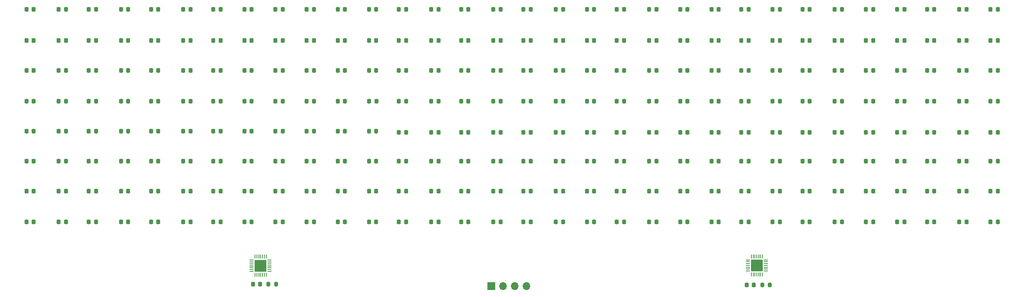
<source format=gts>
G04 #@! TF.GenerationSoftware,KiCad,Pcbnew,6.0.2+dfsg-1~bpo11+1*
G04 #@! TF.CreationDate,2022-09-22T09:54:58-04:00*
G04 #@! TF.ProjectId,led_matrix_8x32,6c65645f-6d61-4747-9269-785f38783332,rev?*
G04 #@! TF.SameCoordinates,Original*
G04 #@! TF.FileFunction,Soldermask,Top*
G04 #@! TF.FilePolarity,Negative*
%FSLAX46Y46*%
G04 Gerber Fmt 4.6, Leading zero omitted, Abs format (unit mm)*
G04 Created by KiCad (PCBNEW 6.0.2+dfsg-1~bpo11+1) date 2022-09-22 09:54:58*
%MOMM*%
%LPD*%
G01*
G04 APERTURE LIST*
G04 Aperture macros list*
%AMRoundRect*
0 Rectangle with rounded corners*
0 $1 Rounding radius*
0 $2 $3 $4 $5 $6 $7 $8 $9 X,Y pos of 4 corners*
0 Add a 4 corners polygon primitive as box body*
4,1,4,$2,$3,$4,$5,$6,$7,$8,$9,$2,$3,0*
0 Add four circle primitives for the rounded corners*
1,1,$1+$1,$2,$3*
1,1,$1+$1,$4,$5*
1,1,$1+$1,$6,$7*
1,1,$1+$1,$8,$9*
0 Add four rect primitives between the rounded corners*
20,1,$1+$1,$2,$3,$4,$5,0*
20,1,$1+$1,$4,$5,$6,$7,0*
20,1,$1+$1,$6,$7,$8,$9,0*
20,1,$1+$1,$8,$9,$2,$3,0*%
G04 Aperture macros list end*
%ADD10RoundRect,0.218750X-0.218750X-0.256250X0.218750X-0.256250X0.218750X0.256250X-0.218750X0.256250X0*%
%ADD11R,0.200000X0.850000*%
%ADD12R,0.850000X0.200000*%
%ADD13R,2.500000X2.500000*%
%ADD14RoundRect,0.225000X-0.225000X-0.250000X0.225000X-0.250000X0.225000X0.250000X-0.225000X0.250000X0*%
%ADD15R,1.700000X1.700000*%
%ADD16O,1.700000X1.700000*%
%ADD17RoundRect,0.200000X0.200000X0.275000X-0.200000X0.275000X-0.200000X-0.275000X0.200000X-0.275000X0*%
G04 APERTURE END LIST*
D10*
X102712500Y-113500000D03*
X104287500Y-113500000D03*
X102712500Y-100500000D03*
X104287500Y-100500000D03*
X115962500Y-107000000D03*
X117537500Y-107000000D03*
X156712500Y-120250000D03*
X158287500Y-120250000D03*
X149962500Y-120250000D03*
X151537500Y-120250000D03*
X183712500Y-94000000D03*
X185287500Y-94000000D03*
X48712500Y-107000000D03*
X50287500Y-107000000D03*
X156712500Y-107000000D03*
X158287500Y-107000000D03*
X196962500Y-107000000D03*
X198537500Y-107000000D03*
X48712500Y-94000000D03*
X50287500Y-94000000D03*
X82462500Y-120250000D03*
X84037500Y-120250000D03*
X35212500Y-113500000D03*
X36787500Y-113500000D03*
X210462500Y-120250000D03*
X212037500Y-120250000D03*
D11*
X84800000Y-131700000D03*
X85200000Y-131700000D03*
X85600000Y-131700000D03*
X86000000Y-131700000D03*
X86400000Y-131700000D03*
X86800000Y-131700000D03*
X87200000Y-131700000D03*
D12*
X87950000Y-130950000D03*
X87950000Y-130550000D03*
X87950000Y-130150000D03*
X87950000Y-129750000D03*
X87950000Y-129350000D03*
X87950000Y-128950000D03*
X87950000Y-128550000D03*
D11*
X87200000Y-127800000D03*
X86800000Y-127800000D03*
X86400000Y-127800000D03*
X86000000Y-127800000D03*
X85600000Y-127800000D03*
X85200000Y-127800000D03*
X84800000Y-127800000D03*
D12*
X84050000Y-128550000D03*
X84050000Y-128950000D03*
X84050000Y-129350000D03*
X84050000Y-129750000D03*
X84050000Y-130150000D03*
X84050000Y-130550000D03*
X84050000Y-130950000D03*
D13*
X86000000Y-129750000D03*
D10*
X82462500Y-107000000D03*
X84037500Y-107000000D03*
X82462500Y-100500000D03*
X84037500Y-100500000D03*
X176962500Y-80750000D03*
X178537500Y-80750000D03*
X244212500Y-113500000D03*
X245787500Y-113500000D03*
X89212500Y-87250000D03*
X90787500Y-87250000D03*
X109462500Y-80750000D03*
X111037500Y-80750000D03*
D14*
X84350000Y-133800000D03*
X85900000Y-133800000D03*
D10*
X109462500Y-107000000D03*
X111037500Y-107000000D03*
X62212500Y-80750000D03*
X63787500Y-80750000D03*
X102712500Y-87250000D03*
X104287500Y-87250000D03*
X35212500Y-74000000D03*
X36787500Y-74000000D03*
X149962500Y-87250000D03*
X151537500Y-87250000D03*
X203462500Y-94000000D03*
X205037500Y-94000000D03*
X176962500Y-120250000D03*
X178537500Y-120250000D03*
X237462500Y-113500000D03*
X239037500Y-113500000D03*
X203462500Y-87250000D03*
X205037500Y-87250000D03*
X69212500Y-94000000D03*
X70787500Y-94000000D03*
X62212500Y-74000000D03*
X63787500Y-74000000D03*
X89212500Y-94000000D03*
X90787500Y-94000000D03*
X122962500Y-74000000D03*
X124537500Y-74000000D03*
X190212500Y-120250000D03*
X191787500Y-120250000D03*
X136462500Y-80750000D03*
X138037500Y-80750000D03*
X109462500Y-87250000D03*
X111037500Y-87250000D03*
X62212500Y-107000000D03*
X63787500Y-107000000D03*
X115962500Y-120250000D03*
X117537500Y-120250000D03*
X190212500Y-107000000D03*
X191787500Y-107000000D03*
X69212500Y-80750000D03*
X70787500Y-80750000D03*
X136462500Y-94000000D03*
X138037500Y-94000000D03*
X82462500Y-87250000D03*
X84037500Y-87250000D03*
X35212500Y-94000000D03*
X36787500Y-94000000D03*
X244212500Y-100750000D03*
X245787500Y-100750000D03*
X122962500Y-107000000D03*
X124537500Y-107000000D03*
X156712500Y-113500000D03*
X158287500Y-113500000D03*
X210462500Y-87250000D03*
X212037500Y-87250000D03*
X196962500Y-113500000D03*
X198537500Y-113500000D03*
X244212500Y-80750000D03*
X245787500Y-80750000D03*
X82462500Y-80750000D03*
X84037500Y-80750000D03*
X48712500Y-80750000D03*
X50287500Y-80750000D03*
X230462500Y-87250000D03*
X232037500Y-87250000D03*
X176962500Y-74000000D03*
X178537500Y-74000000D03*
X129462500Y-87250000D03*
X131037500Y-87250000D03*
X75712500Y-87250000D03*
X77287500Y-87250000D03*
X176962500Y-87250000D03*
X178537500Y-87250000D03*
X237462500Y-94000000D03*
X239037500Y-94000000D03*
X230462500Y-80750000D03*
X232037500Y-80750000D03*
X156712500Y-80750000D03*
X158287500Y-80750000D03*
X115962500Y-94000000D03*
X117537500Y-94000000D03*
X196962500Y-80750000D03*
X198537500Y-80750000D03*
X223962500Y-120250000D03*
X225537500Y-120250000D03*
X203462500Y-120250000D03*
X205037500Y-120250000D03*
X122962500Y-87250000D03*
X124537500Y-87250000D03*
X230462500Y-100750000D03*
X232037500Y-100750000D03*
X237462500Y-74000000D03*
X239037500Y-74000000D03*
X170212500Y-100750000D03*
X171787500Y-100750000D03*
X55712500Y-80750000D03*
X57287500Y-80750000D03*
X35212500Y-80750000D03*
X36787500Y-80750000D03*
X142962500Y-80750000D03*
X144537500Y-80750000D03*
X95962500Y-107000000D03*
X97537500Y-107000000D03*
X237462500Y-87250000D03*
X239037500Y-87250000D03*
X129462500Y-74000000D03*
X131037500Y-74000000D03*
X42212500Y-94000000D03*
X43787500Y-94000000D03*
X142962500Y-107000000D03*
X144537500Y-107000000D03*
X142962500Y-120250000D03*
X144537500Y-120250000D03*
X217212500Y-120250000D03*
X218787500Y-120250000D03*
X163212500Y-74000000D03*
X164787500Y-74000000D03*
X203462500Y-100750000D03*
X205037500Y-100750000D03*
X223962500Y-74000000D03*
X225537500Y-74000000D03*
X176962500Y-100750000D03*
X178537500Y-100750000D03*
X149962500Y-94000000D03*
X151537500Y-94000000D03*
X244212500Y-74000000D03*
X245787500Y-74000000D03*
X183712500Y-87250000D03*
X185287500Y-87250000D03*
X129462500Y-80750000D03*
X131037500Y-80750000D03*
X55712500Y-107000000D03*
X57287500Y-107000000D03*
X35212500Y-100500000D03*
X36787500Y-100500000D03*
X183712500Y-120250000D03*
X185287500Y-120250000D03*
X75712500Y-120250000D03*
X77287500Y-120250000D03*
X244212500Y-87250000D03*
X245787500Y-87250000D03*
X136462500Y-100750000D03*
X138037500Y-100750000D03*
X176962500Y-107000000D03*
X178537500Y-107000000D03*
X75712500Y-113500000D03*
X77287500Y-113500000D03*
X156712500Y-94000000D03*
X158287500Y-94000000D03*
X217212500Y-80750000D03*
X218787500Y-80750000D03*
X69212500Y-107000000D03*
X70787500Y-107000000D03*
X115962500Y-87250000D03*
X117537500Y-87250000D03*
X170212500Y-80750000D03*
X171787500Y-80750000D03*
X203462500Y-107000000D03*
X205037500Y-107000000D03*
X244212500Y-94000000D03*
X245787500Y-94000000D03*
X109462500Y-74000000D03*
X111037500Y-74000000D03*
X237462500Y-120250000D03*
X239037500Y-120250000D03*
D14*
X191350000Y-133975000D03*
X192900000Y-133975000D03*
D10*
X129462500Y-113500000D03*
X131037500Y-113500000D03*
X190212500Y-113500000D03*
X191787500Y-113500000D03*
X129462500Y-100750000D03*
X131037500Y-100750000D03*
X183712500Y-80750000D03*
X185287500Y-80750000D03*
X163212500Y-113500000D03*
X164787500Y-113500000D03*
X75712500Y-74000000D03*
X77287500Y-74000000D03*
X183712500Y-100750000D03*
X185287500Y-100750000D03*
X223962500Y-94000000D03*
X225537500Y-94000000D03*
X210462500Y-100750000D03*
X212037500Y-100750000D03*
X82462500Y-113500000D03*
X84037500Y-113500000D03*
X223962500Y-107000000D03*
X225537500Y-107000000D03*
X109500000Y-94000000D03*
X111075000Y-94000000D03*
X95962500Y-94000000D03*
X97537500Y-94000000D03*
X196962500Y-74000000D03*
X198537500Y-74000000D03*
D15*
X136025000Y-134175000D03*
D16*
X138565000Y-134175000D03*
X141105000Y-134175000D03*
X143645000Y-134175000D03*
D10*
X42212500Y-100500000D03*
X43787500Y-100500000D03*
X102712500Y-94000000D03*
X104287500Y-94000000D03*
X109462500Y-120250000D03*
X111037500Y-120250000D03*
X62212500Y-94000000D03*
X63787500Y-94000000D03*
X48712500Y-120250000D03*
X50287500Y-120250000D03*
X62212500Y-120250000D03*
X63787500Y-120250000D03*
X230462500Y-107000000D03*
X232037500Y-107000000D03*
X82462500Y-94000000D03*
X84037500Y-94000000D03*
X190212500Y-74000000D03*
X191787500Y-74000000D03*
X109462500Y-113500000D03*
X111037500Y-113500000D03*
X42212500Y-87250000D03*
X43787500Y-87250000D03*
D17*
X89325000Y-133800000D03*
X87675000Y-133800000D03*
D10*
X183712500Y-113500000D03*
X185287500Y-113500000D03*
X136462500Y-87250000D03*
X138037500Y-87250000D03*
X35212500Y-107000000D03*
X36787500Y-107000000D03*
X129462500Y-94000000D03*
X131037500Y-94000000D03*
X115962500Y-74000000D03*
X117537500Y-74000000D03*
D17*
X196400000Y-133975000D03*
X194750000Y-133975000D03*
D10*
X244212500Y-107000000D03*
X245787500Y-107000000D03*
X89212500Y-120250000D03*
X90787500Y-120250000D03*
X55712500Y-113500000D03*
X57287500Y-113500000D03*
X136462500Y-120250000D03*
X138037500Y-120250000D03*
X163212500Y-87250000D03*
X164787500Y-87250000D03*
X42212500Y-80750000D03*
X43787500Y-80750000D03*
X142962500Y-100750000D03*
X144537500Y-100750000D03*
X42212500Y-74000000D03*
X43787500Y-74000000D03*
X62212500Y-113500000D03*
X63787500Y-113500000D03*
X223962500Y-87250000D03*
X225537500Y-87250000D03*
X102712500Y-107000000D03*
X104287500Y-107000000D03*
X42212500Y-120250000D03*
X43787500Y-120250000D03*
X122962500Y-113500000D03*
X124537500Y-113500000D03*
X89212500Y-107000000D03*
X90787500Y-107000000D03*
X95962500Y-74000000D03*
X97537500Y-74000000D03*
X102712500Y-80750000D03*
X104287500Y-80750000D03*
X35212500Y-87250000D03*
X36787500Y-87250000D03*
X203462500Y-113500000D03*
X205037500Y-113500000D03*
X203462500Y-74000000D03*
X205037500Y-74000000D03*
X210462500Y-94000000D03*
X212037500Y-94000000D03*
X156712500Y-100750000D03*
X158287500Y-100750000D03*
D11*
X192375000Y-131650000D03*
X192775000Y-131650000D03*
X193175000Y-131650000D03*
X193575000Y-131650000D03*
X193975000Y-131650000D03*
X194375000Y-131650000D03*
X194775000Y-131650000D03*
D12*
X195525000Y-130900000D03*
X195525000Y-130500000D03*
X195525000Y-130100000D03*
X195525000Y-129700000D03*
X195525000Y-129300000D03*
X195525000Y-128900000D03*
X195525000Y-128500000D03*
D11*
X194775000Y-127750000D03*
X194375000Y-127750000D03*
X193975000Y-127750000D03*
X193575000Y-127750000D03*
X193175000Y-127750000D03*
X192775000Y-127750000D03*
X192375000Y-127750000D03*
D12*
X191625000Y-128500000D03*
X191625000Y-128900000D03*
X191625000Y-129300000D03*
X191625000Y-129700000D03*
X191625000Y-130100000D03*
X191625000Y-130500000D03*
X191625000Y-130900000D03*
D13*
X193575000Y-129700000D03*
D10*
X210462500Y-107000000D03*
X212037500Y-107000000D03*
X190212500Y-87250000D03*
X191787500Y-87250000D03*
X48712500Y-74000000D03*
X50287500Y-74000000D03*
X42212500Y-107000000D03*
X43787500Y-107000000D03*
X142962500Y-113500000D03*
X144537500Y-113500000D03*
X136462500Y-74000000D03*
X138037500Y-74000000D03*
X176962500Y-113500000D03*
X178537500Y-113500000D03*
X210462500Y-113500000D03*
X212037500Y-113500000D03*
X217212500Y-74000000D03*
X218787500Y-74000000D03*
X196962500Y-94000000D03*
X198537500Y-94000000D03*
X69212500Y-120250000D03*
X70787500Y-120250000D03*
X142962500Y-94000000D03*
X144537500Y-94000000D03*
X149962500Y-74000000D03*
X151537500Y-74000000D03*
X95962500Y-113500000D03*
X97537500Y-113500000D03*
X122962500Y-100750000D03*
X124537500Y-100750000D03*
X217212500Y-107000000D03*
X218787500Y-107000000D03*
X75712500Y-94000000D03*
X77287500Y-94000000D03*
X149962500Y-100750000D03*
X151537500Y-100750000D03*
X230462500Y-113500000D03*
X232037500Y-113500000D03*
X163212500Y-94000000D03*
X164787500Y-94000000D03*
X190212500Y-94000000D03*
X191787500Y-94000000D03*
X217212500Y-100750000D03*
X218787500Y-100750000D03*
X163212500Y-107000000D03*
X164787500Y-107000000D03*
X48712500Y-100500000D03*
X50287500Y-100500000D03*
X190212500Y-80750000D03*
X191787500Y-80750000D03*
X149962500Y-107000000D03*
X151537500Y-107000000D03*
X55712500Y-74000000D03*
X57287500Y-74000000D03*
X170212500Y-74000000D03*
X171787500Y-74000000D03*
X183712500Y-74000000D03*
X185287500Y-74000000D03*
X89212500Y-80750000D03*
X90787500Y-80750000D03*
X237462500Y-107000000D03*
X239037500Y-107000000D03*
X48712500Y-113500000D03*
X50287500Y-113500000D03*
X230462500Y-74000000D03*
X232037500Y-74000000D03*
X75712500Y-80750000D03*
X77287500Y-80750000D03*
X55712500Y-120250000D03*
X57287500Y-120250000D03*
X210462500Y-80750000D03*
X212037500Y-80750000D03*
X115962500Y-113500000D03*
X117537500Y-113500000D03*
X55712500Y-100500000D03*
X57287500Y-100500000D03*
X156712500Y-87250000D03*
X158287500Y-87250000D03*
X210462500Y-74000000D03*
X212037500Y-74000000D03*
X122962500Y-94000000D03*
X124537500Y-94000000D03*
X217212500Y-94000000D03*
X218787500Y-94000000D03*
X69212500Y-87250000D03*
X70787500Y-87250000D03*
X217212500Y-87250000D03*
X218787500Y-87250000D03*
X170212500Y-107000000D03*
X171787500Y-107000000D03*
X115962500Y-80750000D03*
X117537500Y-80750000D03*
X170212500Y-87250000D03*
X171787500Y-87250000D03*
X170212500Y-94000000D03*
X171787500Y-94000000D03*
X237462500Y-100750000D03*
X239037500Y-100750000D03*
X89175000Y-74000000D03*
X90750000Y-74000000D03*
X190212500Y-100750000D03*
X191787500Y-100750000D03*
X109462500Y-100500000D03*
X111037500Y-100500000D03*
X176962500Y-94000000D03*
X178537500Y-94000000D03*
X115962500Y-100750000D03*
X117537500Y-100750000D03*
X163212500Y-80750000D03*
X164787500Y-80750000D03*
X55712500Y-87250000D03*
X57287500Y-87250000D03*
X42212500Y-113500000D03*
X43787500Y-113500000D03*
X183712500Y-107000000D03*
X185287500Y-107000000D03*
X237462500Y-80750000D03*
X239037500Y-80750000D03*
X95962500Y-120250000D03*
X97537500Y-120250000D03*
X129462500Y-107000000D03*
X131037500Y-107000000D03*
X196962500Y-87250000D03*
X198537500Y-87250000D03*
X170212500Y-113500000D03*
X171787500Y-113500000D03*
X75712500Y-107000000D03*
X77287500Y-107000000D03*
X163212500Y-100750000D03*
X164787500Y-100750000D03*
X89212500Y-113500000D03*
X90787500Y-113500000D03*
X82462500Y-74000000D03*
X84037500Y-74000000D03*
X122962500Y-120250000D03*
X124537500Y-120250000D03*
X136462500Y-113500000D03*
X138037500Y-113500000D03*
X95962500Y-80750000D03*
X97537500Y-80750000D03*
X196962500Y-120250000D03*
X198537500Y-120250000D03*
X156712500Y-74000000D03*
X158287500Y-74000000D03*
X69212500Y-100500000D03*
X70787500Y-100500000D03*
X142962500Y-87250000D03*
X144537500Y-87250000D03*
X223962500Y-100750000D03*
X225537500Y-100750000D03*
X217212500Y-113500000D03*
X218787500Y-113500000D03*
X149962500Y-113500000D03*
X151537500Y-113500000D03*
X142962500Y-74000000D03*
X144537500Y-74000000D03*
X149962500Y-80750000D03*
X151537500Y-80750000D03*
X69212500Y-113500000D03*
X70787500Y-113500000D03*
X163212500Y-120250000D03*
X164787500Y-120250000D03*
X223962500Y-113500000D03*
X225537500Y-113500000D03*
X136462500Y-107000000D03*
X138037500Y-107000000D03*
X170212500Y-120250000D03*
X171787500Y-120250000D03*
X89212500Y-100500000D03*
X90787500Y-100500000D03*
X35212500Y-120250000D03*
X36787500Y-120250000D03*
X62212500Y-87250000D03*
X63787500Y-87250000D03*
X102712500Y-120250000D03*
X104287500Y-120250000D03*
X203462500Y-80750000D03*
X205037500Y-80750000D03*
X69212500Y-74000000D03*
X70787500Y-74000000D03*
X196962500Y-100750000D03*
X198537500Y-100750000D03*
X55712500Y-94000000D03*
X57287500Y-94000000D03*
X95962500Y-100500000D03*
X97537500Y-100500000D03*
X48712500Y-87250000D03*
X50287500Y-87250000D03*
X62212500Y-100500000D03*
X63787500Y-100500000D03*
X230462500Y-94000000D03*
X232037500Y-94000000D03*
X102712500Y-74000000D03*
X104287500Y-74000000D03*
X122962500Y-80750000D03*
X124537500Y-80750000D03*
X244212500Y-120250000D03*
X245787500Y-120250000D03*
X75712500Y-100500000D03*
X77287500Y-100500000D03*
X230462500Y-120250000D03*
X232037500Y-120250000D03*
X129462500Y-120250000D03*
X131037500Y-120250000D03*
X223962500Y-80750000D03*
X225537500Y-80750000D03*
X95962500Y-87250000D03*
X97537500Y-87250000D03*
M02*

</source>
